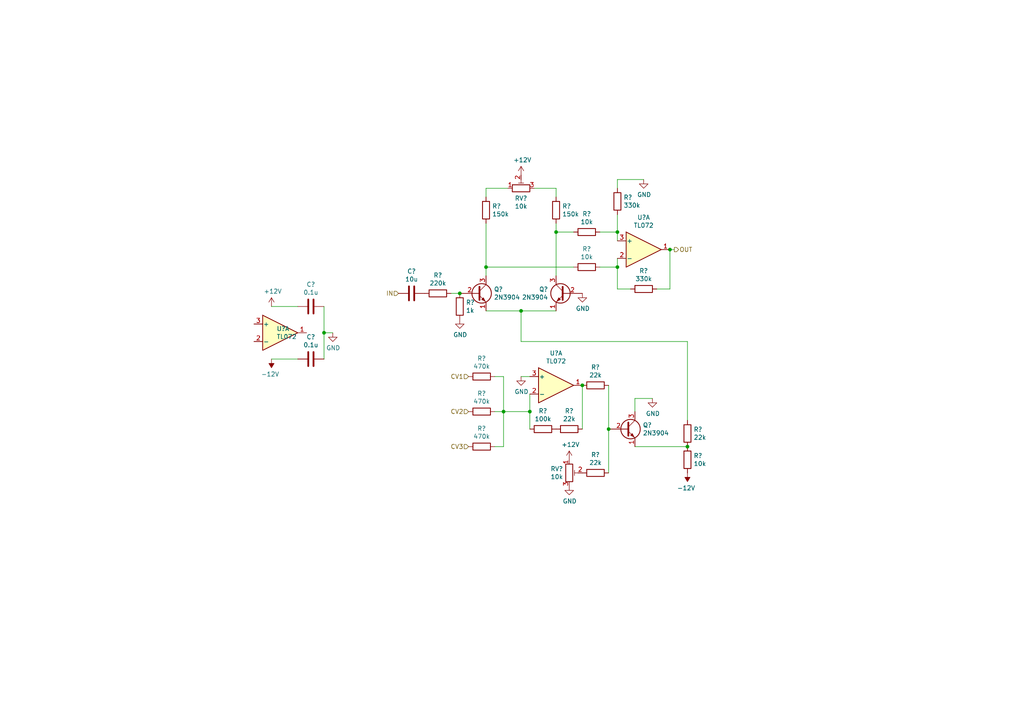
<source format=kicad_sch>
(kicad_sch (version 20211123) (generator eeschema)
  (paper "A4")
  (title_block (title "Drum Machine (VCA)") (date "2022-01-01") (rev "1.0"))
  (lib_symbols
    (symbol "Amplifier_Operational:TL072" (pin_names (offset 0.127))
      (property "Reference" "U" (at 0 5.08 0))
      (property "Value" "TL072" (at 0 -5.08 0))
      (symbol "TL072_1_1"
        (polyline (pts (xy -5.08 5.08) (xy 5.08 0) (xy -5.08 -5.08) (xy -5.08 5.08)) (stroke (width 0.254)) (fill (type background)))
        (pin output line (at 7.62 0 180) (length 2.54) (name "~") (number "1"))
        (pin input line (at -7.62 -2.54 0) (length 2.54) (name "-") (number "2"))
        (pin input line (at -7.62 2.54 0) (length 2.54) (name "+") (number "3"))
      )
      (symbol "TL072_2_1"
        (polyline (pts (xy -5.08 5.08) (xy 5.08 0) (xy -5.08 -5.08) (xy -5.08 5.08)) (stroke (width 0.254)) (fill (type background)))
        (pin input line (at -7.62 2.54 0) (length 2.54) (name "+") (number "5"))
        (pin input line (at -7.62 -2.54 0) (length 2.54) (name "-") (number "6"))
        (pin output line (at 7.62 0 180) (length 2.54) (name "~") (number "7"))
      )
      (symbol "TL072_3_1"
        (pin power_in line (at -2.54 -7.62 90) (length 3.81) (name "V-") (number "4"))
        (pin power_in line (at -2.54 7.62 270) (length 3.81) (name "V+") (number "8"))
      )
    )
    (symbol "Device:C" (pin_numbers hide) (pin_names (offset 0.254))
      (property "Reference" "C" (at 0.635 2.54 0))
      (property "Value" "C" (at 0.635 -2.54 0))
      (symbol "C_0_1"
        (polyline (pts (xy -2.032 -0.762) (xy 2.032 -0.762)) (stroke (width 0.508)))
        (polyline (pts (xy -2.032 0.762) (xy 2.032 0.762)) (stroke (width 0.508)))
      )
      (symbol "C_1_1"
        (pin passive line (at 0 3.81 270) (length 2.794) (name "~") (number "1"))
        (pin passive line (at 0 -3.81 90) (length 2.794) (name "~") (number "2"))
      )
    )
    (symbol "Device:R" (pin_numbers hide) (pin_names (offset 0))
      (property "Reference" "R" (at 2.032 0 90))
      (property "Value" "R" (at 0 0 90))
      (symbol "R_0_1"
        (rectangle (start -1.016 -2.54) (end 1.016 2.54) (stroke (width 0.254)))
      )
      (symbol "R_1_1"
        (pin passive line (at 0 3.81 270) (length 1.27) (name "~") (number "1"))
        (pin passive line (at 0 -3.81 90) (length 1.27) (name "~") (number "2"))
      )
    )
    (symbol "Device:R_Potentiometer_Trim" (pin_names (offset 1.016) hide)
      (property "Reference" "RV" (at -4.445 0 90))
      (property "Value" "R_Potentiometer_Trim" (at -2.54 0 90))
      (symbol "R_Potentiometer_Trim_0_1"
        (polyline (pts (xy 1.524 0.762) (xy 1.524 -0.762)))
        (polyline (pts (xy 2.54 0) (xy 1.524 0)))
        (rectangle (start 1.016 2.54) (end -1.016 -2.54) (stroke (width 0.254)))
      )
      (symbol "R_Potentiometer_Trim_1_1"
        (pin passive line (at 0 3.81 270) (length 1.27) (name "1") (number "1"))
        (pin passive line (at 3.81 0 180) (length 1.27) (name "2") (number "2"))
        (pin passive line (at 0 -3.81 90) (length 1.27) (name "3") (number "3"))
      )
    )
    (symbol "Transistor_BJT:2N3904" (pin_names (offset 0) hide)
      (property "Reference" "Q" (at 5.08 1.905 0))
      (property "Value" "2N3904" (at 5.08 0 0))
      (symbol "2N3904_0_1"
        (polyline (pts (xy 0.635 0.635) (xy 2.54 2.54)))
        (polyline (pts (xy 0.635 -0.635) (xy 2.54 -2.54) (xy 2.54 -2.54)))
        (polyline (pts (xy 0.635 1.905) (xy 0.635 -1.905) (xy 0.635 -1.905)) (stroke (width 0.508)))
        (polyline (pts (xy 1.27 -1.778) (xy 1.778 -1.27) (xy 2.286 -2.286) (xy 1.27 -1.778) (xy 1.27 -1.778)) (fill (type outline)))
        (circle (center 1.27 0) (radius 2.8194) (stroke (width 0.254)))
      )
      (symbol "2N3904_1_1"
        (pin passive line (at 2.54 -5.08 90) (length 2.54) (name "E") (number "1"))
        (pin passive line (at -5.08 0 0) (length 5.715) (name "B") (number "2"))
        (pin passive line (at 2.54 5.08 270) (length 2.54) (name "C") (number "3"))
      )
    )
    (symbol "power:+12V" (power) (pin_names (offset 0))
      (property "Value" "+12V" (at 0 3.556 0))
      (symbol "+12V_0_1"
        (polyline (pts (xy -0.762 1.27) (xy 0 2.54)))
        (polyline (pts (xy 0 0) (xy 0 2.54)))
        (polyline (pts (xy 0 2.54) (xy 0.762 1.27)))
      )
      (symbol "+12V_1_1"
        (pin power_in line (at 0 0 90) (length 0) hide (name "+12V") (number "1"))
      )
    )
    (symbol "power:-12V" (power) (pin_names (offset 0))
      (property "Value" "-12V" (at 0 3.81 0))
      (symbol "-12V_0_0"
        (pin power_in line (at 0 0 90) (length 0) hide (name "-12V") (number "1"))
      )
      (symbol "-12V_0_1"
        (polyline (pts (xy 0 0) (xy 0 1.27) (xy 0.762 1.27) (xy 0 2.54) (xy -0.762 1.27) (xy 0 1.27)) (fill (type outline)))
      )
    )
    (symbol "power:GND" (power) (pin_names (offset 0))
      (property "Value" "GND" (at 0 -3.81 0))
      (symbol "GND_0_1"
        (polyline (pts (xy 0 0) (xy 0 -1.27) (xy 1.27 -1.27) (xy 0 -2.54) (xy -1.27 -1.27) (xy 0 -1.27)))
      )
      (symbol "GND_1_1"
        (pin power_in line (at 0 0 270) (length 0) hide (name "GND") (number "1"))
      )
    )
  )
  (junction (at 176.53 124.46))
  (junction (at 194.31 72.39))
  (junction (at 179.07 67.31))
  (junction (at 140.97 77.47))
  (junction (at 146.05 119.38))
  (junction (at 161.29 67.31))
  (junction (at 133.35 85.09))
  (junction (at 153.67 119.38))
  (junction (at 151.13 90.17))
  (junction (at 168.91 111.76))
  (junction (at 199.39 129.54))
  (junction (at 179.07 77.47))
  (junction (at 93.98 96.52))
  (wire (pts (xy 140.97 57.15) (xy 140.97 54.61)))
  (wire (pts (xy 151.13 90.17) (xy 161.29 90.17)))
  (wire (pts (xy 140.97 90.17) (xy 151.13 90.17)))
  (wire (pts (xy 93.98 96.52) (xy 93.98 104.14)))
  (wire (pts (xy 146.05 119.38) (xy 153.67 119.38)))
  (wire (pts (xy 176.53 111.76) (xy 176.53 124.46)))
  (wire (pts (xy 190.5 83.82) (xy 194.31 83.82)))
  (wire (pts (xy 140.97 64.77) (xy 140.97 77.47)))
  (wire (pts (xy 143.51 119.38) (xy 146.05 119.38)))
  (wire (pts (xy 184.15 115.57) (xy 189.23 115.57)))
  (wire (pts (xy 146.05 109.22) (xy 146.05 119.38)))
  (wire (pts (xy 179.07 54.61) (xy 179.07 52.07)))
  (wire (pts (xy 86.36 88.9) (xy 78.74 88.9)))
  (wire (pts (xy 168.91 124.46) (xy 168.91 111.76)))
  (wire (pts (xy 199.39 121.92) (xy 199.39 99.06)))
  (wire (pts (xy 199.39 99.06) (xy 151.13 99.06)))
  (wire (pts (xy 176.53 124.46) (xy 176.53 137.16)))
  (wire (pts (xy 140.97 77.47) (xy 140.97 80.01)))
  (wire (pts (xy 161.29 67.31) (xy 161.29 80.01)))
  (wire (pts (xy 173.99 67.31) (xy 179.07 67.31)))
  (wire (pts (xy 179.07 83.82) (xy 182.88 83.82)))
  (wire (pts (xy 93.98 96.52) (xy 96.52 96.52)))
  (wire (pts (xy 179.07 77.47) (xy 179.07 83.82)))
  (wire (pts (xy 154.94 54.61) (xy 161.29 54.61)))
  (wire (pts (xy 143.51 129.54) (xy 146.05 129.54)))
  (wire (pts (xy 143.51 109.22) (xy 146.05 109.22)))
  (wire (pts (xy 151.13 109.22) (xy 153.67 109.22)))
  (wire (pts (xy 166.37 67.31) (xy 161.29 67.31)))
  (wire (pts (xy 146.05 119.38) (xy 146.05 129.54)))
  (wire (pts (xy 161.29 64.77) (xy 161.29 67.31)))
  (wire (pts (xy 78.74 104.14) (xy 86.36 104.14)))
  (wire (pts (xy 153.67 119.38) (xy 153.67 124.46)))
  (wire (pts (xy 179.07 52.07) (xy 186.69 52.07)))
  (wire (pts (xy 130.81 85.09) (xy 133.35 85.09)))
  (wire (pts (xy 194.31 83.82) (xy 194.31 72.39)))
  (wire (pts (xy 179.07 74.93) (xy 179.07 77.47)))
  (wire (pts (xy 93.98 88.9) (xy 93.98 96.52)))
  (wire (pts (xy 151.13 90.17) (xy 151.13 99.06)))
  (wire (pts (xy 166.37 77.47) (xy 140.97 77.47)))
  (wire (pts (xy 179.07 62.23) (xy 179.07 67.31)))
  (wire (pts (xy 173.99 77.47) (xy 179.07 77.47)))
  (wire (pts (xy 140.97 54.61) (xy 147.32 54.61)))
  (wire (pts (xy 194.31 72.39) (xy 195.58 72.39)))
  (wire (pts (xy 153.67 114.3) (xy 153.67 119.38)))
  (wire (pts (xy 184.15 119.38) (xy 184.15 115.57)))
  (wire (pts (xy 184.15 129.54) (xy 199.39 129.54)))
  (wire (pts (xy 161.29 54.61) (xy 161.29 57.15)))
  (wire (pts (xy 179.07 67.31) (xy 179.07 69.85)))
  (hierarchical_label "OUT" (shape output) (at 195.58 72.39 0))
  (hierarchical_label "CV2" (shape input) (at 135.89 119.38 180))
  (hierarchical_label "CV1" (shape input) (at 135.89 109.22 180))
  (hierarchical_label "IN" (shape input) (at 115.57 85.09 180))
  (hierarchical_label "CV3" (shape input) (at 135.89 129.54 180))
  (symbol (lib_id "Amplifier_Operational:TL072") (at 161.29 111.76 0)
    (property "Reference" "U?" (at 161.29 102.4382 0))
    (property "Value" "TL072" (at 161.29 104.7496 0))
    (property "Footprint" "Package_DIP:DIP-8_W7.62mm_Socket" (effects hide))
    (property "Datasheet" "http://www.ti.com/lit/ds/symlink/tl071.pdf" (effects hide))
  )
  (symbol (lib_id "Transistor_BJT:2N3904") (at 181.61 124.46 0)
    (property "Reference" "Q?" (at 186.436 123.2916 0) (effects (justify left)))
    (property "Value" "2N3904" (at 186.436 125.603 0) (effects (justify left)))
    (property "Footprint" "Package_TO_SOT_THT:TO-92_Inline" (effects hide))
    (property "Datasheet" "https://www.onsemi.com/pub/Collateral/2N3903-D.PDF" (effects hide))
  )
  (symbol (lib_id "Device:R_Potentiometer_Trim") (at 165.1 137.16 0)
    (property "Reference" "RV?" (at 163.322 135.9916 0) (effects (justify right)))
    (property "Value" "10k" (at 163.322 138.303 0) (effects (justify right)))
    (property "Footprint" "Potentiometer_THT:Potentiometer_Runtron_RM-065_Vertical" (effects hide))
  )
  (symbol (lib_id "Device:R") (at 157.48 124.46 90)
    (property "Reference" "R?" (at 157.48 119.2022 90))
    (property "Value" "100k" (at 157.48 121.5136 90))
    (property "Footprint" "Resistor_THT:R_Axial_DIN0207_L6.3mm_D2.5mm_P7.62mm_Horizontal" (effects hide))
  )
  (symbol (lib_id "Device:R") (at 165.1 124.46 90)
    (property "Reference" "R?" (at 165.1 119.2022 90))
    (property "Value" "22k" (at 165.1 121.5136 90))
    (property "Footprint" "Resistor_THT:R_Axial_DIN0207_L6.3mm_D2.5mm_P7.62mm_Horizontal" (effects hide))
  )
  (symbol (lib_id "power:GND") (at 151.13 109.22 0)
    (property "Reference" "#PWR?" (effects hide))
    (property "Value" "GND" (at 151.257 113.6142 0))
  )
  (symbol (lib_id "power:GND") (at 165.1 140.97 0)
    (property "Reference" "#PWR?" (effects hide))
    (property "Value" "GND" (at 165.227 145.3642 0))
  )
  (symbol (lib_id "power:+12V") (at 165.1 133.35 0)
    (property "Reference" "#PWR?" (effects hide))
    (property "Value" "+12V" (at 165.481 128.9558 0))
  )
  (symbol (lib_id "Device:R") (at 172.72 137.16 90)
    (property "Reference" "R?" (at 172.72 131.9022 90))
    (property "Value" "22k" (at 172.72 134.2136 90))
    (property "Footprint" "Resistor_THT:R_Axial_DIN0207_L6.3mm_D2.5mm_P7.62mm_Horizontal" (effects hide))
  )
  (symbol (lib_id "Device:R") (at 172.72 111.76 90)
    (property "Reference" "R?" (at 172.72 106.5022 90))
    (property "Value" "22k" (at 172.72 108.8136 90))
    (property "Footprint" "Resistor_THT:R_Axial_DIN0207_L6.3mm_D2.5mm_P7.62mm_Horizontal" (effects hide))
  )
  (symbol (lib_id "power:GND") (at 189.23 115.57 0)
    (property "Reference" "#PWR?" (effects hide))
    (property "Value" "GND" (at 189.357 119.9642 0))
  )
  (symbol (lib_id "Transistor_BJT:2N3904") (at 138.43 85.09 0)
    (property "Reference" "Q?" (at 143.256 83.9216 0) (effects (justify left)))
    (property "Value" "2N3904" (at 143.256 86.233 0) (effects (justify left)))
    (property "Footprint" "Package_TO_SOT_THT:TO-92_Inline" (effects hide))
    (property "Datasheet" "https://www.onsemi.com/pub/Collateral/2N3903-D.PDF" (effects hide))
  )
  (symbol (lib_id "Transistor_BJT:2N3904") (at 163.83 85.09 0) (mirror y)
    (property "Reference" "Q?" (at 158.9786 83.9216 0) (effects (justify left)))
    (property "Value" "2N3904" (at 158.9786 86.233 0) (effects (justify left)))
    (property "Footprint" "Package_TO_SOT_THT:TO-92_Inline" (effects hide))
    (property "Datasheet" "https://www.onsemi.com/pub/Collateral/2N3903-D.PDF" (effects hide))
  )
  (symbol (lib_id "power:GND") (at 168.91 85.09 0)
    (property "Reference" "#PWR?" (effects hide))
    (property "Value" "GND" (at 169.037 89.4842 0))
  )
  (symbol (lib_id "Device:R") (at 133.35 88.9 180)
    (property "Reference" "R?" (at 135.128 87.7316 0) (effects (justify right)))
    (property "Value" "1k" (at 135.128 90.043 0) (effects (justify right)))
    (property "Footprint" "Resistor_THT:R_Axial_DIN0207_L6.3mm_D2.5mm_P7.62mm_Horizontal" (effects hide))
  )
  (symbol (lib_id "power:GND") (at 133.35 92.71 0)
    (property "Reference" "#PWR?" (effects hide))
    (property "Value" "GND" (at 133.477 97.1042 0))
  )
  (symbol (lib_id "Device:R") (at 127 85.09 90)
    (property "Reference" "R?" (at 127 79.8322 90))
    (property "Value" "220k" (at 127 82.1436 90))
    (property "Footprint" "Resistor_THT:R_Axial_DIN0207_L6.3mm_D2.5mm_P7.62mm_Horizontal" (effects hide))
  )
  (symbol (lib_id "Device:C") (at 119.38 85.09 90)
    (property "Reference" "C?" (at 119.38 78.6892 90))
    (property "Value" "10u" (at 119.38 81.0006 90))
    (property "Footprint" "Capacitor_THT:C_Disc_D5.0mm_W2.5mm_P5.00mm" (effects hide))
  )
  (symbol (lib_id "Device:R") (at 161.29 60.96 180)
    (property "Reference" "R?" (at 163.068 59.7916 0) (effects (justify right)))
    (property "Value" "150k" (at 163.068 62.103 0) (effects (justify right)))
    (property "Footprint" "Resistor_THT:R_Axial_DIN0207_L6.3mm_D2.5mm_P7.62mm_Horizontal" (effects hide))
  )
  (symbol (lib_id "Amplifier_Operational:TL072") (at 186.69 72.39 0)
    (property "Reference" "U?" (at 186.69 63.0682 0))
    (property "Value" "TL072" (at 186.69 65.3796 0))
    (property "Footprint" "Package_DIP:DIP-8_W7.62mm_Socket" (effects hide))
    (property "Datasheet" "http://www.ti.com/lit/ds/symlink/tl071.pdf" (effects hide))
  )
  (symbol (lib_id "Device:R") (at 186.69 83.82 90)
    (property "Reference" "R?" (at 186.69 78.5622 90))
    (property "Value" "330k" (at 186.69 80.8736 90))
    (property "Footprint" "Resistor_THT:R_Axial_DIN0207_L6.3mm_D2.5mm_P7.62mm_Horizontal" (effects hide))
  )
  (symbol (lib_id "Device:R") (at 179.07 58.42 180)
    (property "Reference" "R?" (at 180.848 57.2516 0) (effects (justify right)))
    (property "Value" "330k" (at 180.848 59.563 0) (effects (justify right)))
    (property "Footprint" "Resistor_THT:R_Axial_DIN0207_L6.3mm_D2.5mm_P7.62mm_Horizontal" (effects hide))
  )
  (symbol (lib_id "power:GND") (at 186.69 52.07 0)
    (property "Reference" "#PWR?" (effects hide))
    (property "Value" "GND" (at 186.817 56.4642 0))
  )
  (symbol (lib_id "Device:R") (at 170.18 67.31 90)
    (property "Reference" "R?" (at 170.18 62.0522 90))
    (property "Value" "10k" (at 170.18 64.3636 90))
    (property "Footprint" "Resistor_THT:R_Axial_DIN0207_L6.3mm_D2.5mm_P7.62mm_Horizontal" (effects hide))
  )
  (symbol (lib_id "Device:R") (at 170.18 77.47 90)
    (property "Reference" "R?" (at 170.18 72.2122 90))
    (property "Value" "10k" (at 170.18 74.5236 90))
    (property "Footprint" "Resistor_THT:R_Axial_DIN0207_L6.3mm_D2.5mm_P7.62mm_Horizontal" (effects hide))
  )
  (symbol (lib_id "Device:R") (at 140.97 60.96 180)
    (property "Reference" "R?" (at 142.748 59.7916 0) (effects (justify right)))
    (property "Value" "150k" (at 142.748 62.103 0) (effects (justify right)))
    (property "Footprint" "Resistor_THT:R_Axial_DIN0207_L6.3mm_D2.5mm_P7.62mm_Horizontal" (effects hide))
  )
  (symbol (lib_id "Device:R_Potentiometer_Trim") (at 151.13 54.61 90)
    (property "Reference" "RV?" (at 151.13 57.531 90))
    (property "Value" "10k" (at 151.13 59.8424 90))
    (property "Footprint" "Potentiometer_THT:Potentiometer_Runtron_RM-065_Vertical" (effects hide))
  )
  (symbol (lib_id "power:+12V") (at 151.13 50.8 0)
    (property "Reference" "#PWR?" (effects hide))
    (property "Value" "+12V" (at 151.511 46.4058 0))
  )
  (symbol (lib_id "Device:R") (at 199.39 125.73 180)
    (property "Reference" "R?" (at 201.168 124.5616 0) (effects (justify right)))
    (property "Value" "22k" (at 201.168 126.873 0) (effects (justify right)))
    (property "Footprint" "Resistor_THT:R_Axial_DIN0207_L6.3mm_D2.5mm_P7.62mm_Horizontal" (effects hide))
  )
  (symbol (lib_id "Device:R") (at 199.39 133.35 180)
    (property "Reference" "R?" (at 201.168 132.1816 0) (effects (justify right)))
    (property "Value" "10k" (at 201.168 134.493 0) (effects (justify right)))
    (property "Footprint" "Resistor_THT:R_Axial_DIN0207_L6.3mm_D2.5mm_P7.62mm_Horizontal" (effects hide))
  )
  (symbol (lib_id "power:-12V") (at 199.39 137.16 180)
    (property "Reference" "#PWR?" (effects hide))
    (property "Value" "-12V" (at 199.009 141.5542 0))
  )
  (symbol (lib_id "power:-12V") (at 78.74 104.14 180)
    (property "Reference" "#PWR?" (effects hide))
    (property "Value" "-12V" (at 78.359 108.5342 0))
  )
  (symbol (lib_id "power:GND") (at 96.52 96.52 0)
    (property "Reference" "#PWR?" (effects hide))
    (property "Value" "GND" (at 96.647 100.9142 0))
  )
  (symbol (lib_id "Amplifier_Operational:TL072") (at 81.28 96.52 0)
    (property "Reference" "U?" (at 80.2132 95.3516 0) (effects (justify left)))
    (property "Value" "TL072" (at 80.2132 97.663 0) (effects (justify left)))
    (property "Footprint" "Package_DIP:DIP-8_W7.62mm_Socket" (effects hide))
    (property "Datasheet" "http://www.ti.com/lit/ds/symlink/tl071.pdf" (effects hide))
  )
  (symbol (lib_id "Device:R") (at 139.7 129.54 90)
    (property "Reference" "R?" (at 139.7 124.2822 90))
    (property "Value" "470k" (at 139.7 126.5936 90))
    (property "Footprint" "Resistor_THT:R_Axial_DIN0207_L6.3mm_D2.5mm_P7.62mm_Horizontal" (effects hide))
  )
  (symbol (lib_id "Device:R") (at 139.7 109.22 90)
    (property "Reference" "R?" (at 139.7 103.9622 90))
    (property "Value" "470k" (at 139.7 106.2736 90))
    (property "Footprint" "Resistor_THT:R_Axial_DIN0207_L6.3mm_D2.5mm_P7.62mm_Horizontal" (effects hide))
  )
  (symbol (lib_id "power:+12V") (at 78.74 88.9 0)
    (property "Reference" "#PWR?" (effects hide))
    (property "Value" "+12V" (at 79.121 84.5058 0))
  )
  (symbol (lib_id "Device:R") (at 139.7 119.38 90)
    (property "Reference" "R?" (at 139.7 114.1222 90))
    (property "Value" "470k" (at 139.7 116.4336 90))
    (property "Footprint" "Resistor_THT:R_Axial_DIN0207_L6.3mm_D2.5mm_P7.62mm_Horizontal" (effects hide))
  )
  (symbol (lib_id "Device:C") (at 90.17 88.9 90)
    (property "Reference" "C?" (at 90.17 82.4992 90))
    (property "Value" "0.1u" (at 90.17 84.8106 90))
    (property "Footprint" "Capacitor_THT:C_Disc_D5.0mm_W2.5mm_P5.00mm" (effects hide))
  )
  (symbol (lib_id "Device:C") (at 90.17 104.14 90)
    (property "Reference" "C?" (at 90.17 97.7392 90))
    (property "Value" "0.1u" (at 90.17 100.0506 90))
    (property "Footprint" "Capacitor_THT:C_Disc_D5.0mm_W2.5mm_P5.00mm" (effects hide))
  )
)
</source>
